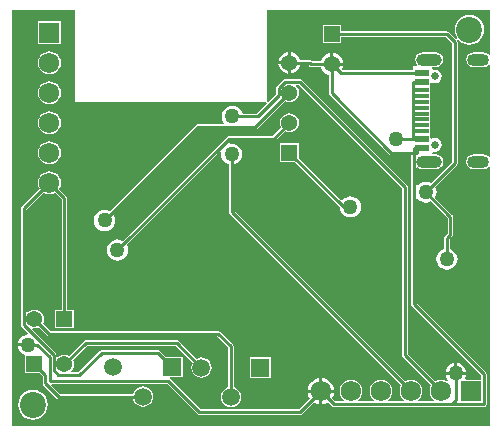
<source format=gbr>
G04*
G04 #@! TF.GenerationSoftware,Altium Limited,Altium Designer,24.1.2 (44)*
G04*
G04 Layer_Physical_Order=2*
G04 Layer_Color=16711680*
%FSLAX25Y25*%
%MOIN*%
G70*
G04*
G04 #@! TF.SameCoordinates,539E6247-A82E-4B89-B4FB-6AA9409DBF92*
G04*
G04*
G04 #@! TF.FilePolarity,Positive*
G04*
G01*
G75*
%ADD13C,0.01000*%
%ADD53C,0.08661*%
%ADD54R,0.05937X0.05937*%
%ADD55C,0.05937*%
%ADD56C,0.05394*%
%ADD57R,0.05394X0.05394*%
%ADD58R,0.05394X0.05394*%
%ADD59R,0.06791X0.06791*%
%ADD60C,0.06791*%
%ADD61R,0.06791X0.06791*%
%ADD62C,0.02559*%
%ADD63O,0.07284X0.04134*%
%ADD64O,0.08465X0.04134*%
%ADD65C,0.05000*%
%ADD66R,0.04528X0.02362*%
%ADD67R,0.04528X0.01181*%
G36*
X285000Y245207D02*
X284500Y245056D01*
X284349Y245282D01*
X283535Y245826D01*
X282575Y246017D01*
X279425D01*
X278465Y245826D01*
X277651Y245282D01*
X277107Y244468D01*
X276916Y243508D01*
X277107Y242548D01*
X277651Y241734D01*
X278465Y241190D01*
X279425Y240999D01*
X282575D01*
X283535Y241190D01*
X284349Y241734D01*
X284500Y241960D01*
X285000Y241808D01*
Y211192D01*
X284500Y211040D01*
X284349Y211266D01*
X283535Y211810D01*
X282575Y212001D01*
X279425D01*
X278465Y211810D01*
X277651Y211266D01*
X277107Y210452D01*
X276916Y209492D01*
X277107Y208532D01*
X277651Y207718D01*
X278465Y207174D01*
X279425Y206983D01*
X282575D01*
X283535Y207174D01*
X284349Y207718D01*
X284500Y207944D01*
X285000Y207793D01*
Y121500D01*
X125500D01*
Y260000D01*
X146500D01*
Y229500D01*
X210047D01*
X210304Y229500D01*
X210519Y229008D01*
X207023Y225511D01*
X202410D01*
X202410Y225514D01*
X202057Y226365D01*
X201496Y227096D01*
X200765Y227657D01*
X199914Y228010D01*
X199000Y228130D01*
X198086Y228010D01*
X197235Y227657D01*
X196504Y227096D01*
X195943Y226365D01*
X195590Y225514D01*
X195470Y224600D01*
X195590Y223686D01*
X195943Y222835D01*
X196174Y222533D01*
X195928Y222033D01*
X187613D01*
X187264Y221964D01*
X186969Y221766D01*
X158167Y192965D01*
X158165Y192967D01*
X157314Y193319D01*
X156400Y193440D01*
X155486Y193319D01*
X154635Y192967D01*
X153904Y192406D01*
X153343Y191674D01*
X152990Y190823D01*
X152870Y189909D01*
X152990Y188996D01*
X153343Y188144D01*
X153904Y187413D01*
X154635Y186852D01*
X155486Y186500D01*
X156400Y186379D01*
X157314Y186500D01*
X158165Y186852D01*
X158896Y187413D01*
X159457Y188144D01*
X159810Y188996D01*
X159930Y189909D01*
X159810Y190823D01*
X159457Y191674D01*
X159456Y191676D01*
X187990Y220211D01*
X206622D01*
X206971Y220280D01*
X207266Y220478D01*
X216546Y229757D01*
X217193Y229489D01*
X218000Y229383D01*
X218807Y229489D01*
X219559Y229800D01*
X220204Y230296D01*
X220700Y230941D01*
X221011Y231693D01*
X221117Y232500D01*
X221011Y233307D01*
X220700Y234059D01*
X220216Y234689D01*
X220243Y234871D01*
X220351Y235189D01*
X221223D01*
X255589Y200823D01*
Y145000D01*
X255658Y144651D01*
X255856Y144356D01*
X265238Y134974D01*
X265190Y134911D01*
X264808Y133989D01*
X264678Y133000D01*
X264808Y132011D01*
X265190Y131089D01*
X265797Y130297D01*
X266040Y130111D01*
X265870Y129611D01*
X261130D01*
X260960Y130111D01*
X261203Y130297D01*
X261810Y131089D01*
X262192Y132011D01*
X262322Y133000D01*
X262192Y133989D01*
X261810Y134911D01*
X261203Y135703D01*
X260411Y136310D01*
X259489Y136692D01*
X258500Y136822D01*
X257511Y136692D01*
X256589Y136310D01*
X256526Y136262D01*
X199611Y193177D01*
Y208590D01*
X199614Y208590D01*
X200465Y208943D01*
X201196Y209504D01*
X201757Y210235D01*
X202110Y211086D01*
X202230Y212000D01*
X202110Y212914D01*
X201757Y213765D01*
X201196Y214496D01*
X200465Y215057D01*
X199614Y215410D01*
X198700Y215530D01*
X198039Y215443D01*
X197805Y215917D01*
X198177Y216289D01*
X212700D01*
X213049Y216358D01*
X213344Y216556D01*
X216546Y219757D01*
X217193Y219489D01*
X218000Y219383D01*
X218807Y219489D01*
X219559Y219800D01*
X220204Y220296D01*
X220700Y220941D01*
X221011Y221693D01*
X221117Y222500D01*
X221011Y223307D01*
X220700Y224059D01*
X220204Y224704D01*
X219559Y225200D01*
X218807Y225511D01*
X218000Y225617D01*
X217193Y225511D01*
X216441Y225200D01*
X215796Y224704D01*
X215300Y224059D01*
X214989Y223307D01*
X214883Y222500D01*
X214989Y221693D01*
X215257Y221046D01*
X212323Y218111D01*
X197800D01*
X197451Y218042D01*
X197156Y217844D01*
X162402Y183091D01*
X162400Y183093D01*
X161549Y183445D01*
X160635Y183566D01*
X159722Y183445D01*
X158870Y183093D01*
X158139Y182532D01*
X157578Y181800D01*
X157226Y180949D01*
X157105Y180035D01*
X157226Y179122D01*
X157578Y178270D01*
X158139Y177539D01*
X158870Y176978D01*
X159722Y176626D01*
X160635Y176505D01*
X161549Y176626D01*
X162400Y176978D01*
X163132Y177539D01*
X163693Y178270D01*
X164045Y179122D01*
X164166Y180035D01*
X164045Y180949D01*
X163693Y181800D01*
X163691Y181802D01*
X194783Y212895D01*
X195257Y212661D01*
X195170Y212000D01*
X195290Y211086D01*
X195643Y210235D01*
X196204Y209504D01*
X196935Y208943D01*
X197786Y208590D01*
X197789Y208590D01*
Y192800D01*
X197858Y192451D01*
X198056Y192156D01*
X255238Y134974D01*
X255190Y134911D01*
X254808Y133989D01*
X254678Y133000D01*
X254808Y132011D01*
X255190Y131089D01*
X255797Y130297D01*
X256040Y130111D01*
X255870Y129611D01*
X251130D01*
X250960Y130111D01*
X251203Y130297D01*
X251810Y131089D01*
X252192Y132011D01*
X252322Y133000D01*
X252192Y133989D01*
X251810Y134911D01*
X251203Y135703D01*
X250411Y136310D01*
X249489Y136692D01*
X248500Y136822D01*
X247511Y136692D01*
X246589Y136310D01*
X245797Y135703D01*
X245190Y134911D01*
X244808Y133989D01*
X244678Y133000D01*
X244808Y132011D01*
X245190Y131089D01*
X245797Y130297D01*
X246040Y130111D01*
X245870Y129611D01*
X241130D01*
X240960Y130111D01*
X241203Y130297D01*
X241810Y131089D01*
X242192Y132011D01*
X242322Y133000D01*
X242192Y133989D01*
X241810Y134911D01*
X241203Y135703D01*
X240411Y136310D01*
X239489Y136692D01*
X238500Y136822D01*
X237511Y136692D01*
X236589Y136310D01*
X235797Y135703D01*
X235190Y134911D01*
X234808Y133989D01*
X234678Y133000D01*
X234808Y132011D01*
X235190Y131089D01*
X235797Y130297D01*
X236040Y130111D01*
X235870Y129611D01*
X233177D01*
X232194Y130594D01*
X232340Y130783D01*
X232783Y131852D01*
X232868Y132500D01*
X229000D01*
Y128632D01*
X229647Y128718D01*
X230717Y129160D01*
X230906Y129306D01*
X232156Y128056D01*
X232451Y127858D01*
X232800Y127789D01*
X282800D01*
X283149Y127858D01*
X283444Y128056D01*
X283642Y128351D01*
X283711Y128700D01*
Y138700D01*
X283642Y139049D01*
X283444Y139344D01*
X260311Y162477D01*
Y196885D01*
X260811Y197055D01*
X261004Y196804D01*
X261735Y196243D01*
X262586Y195890D01*
X263500Y195770D01*
X264414Y195890D01*
X265265Y196243D01*
X265267Y196244D01*
X270689Y190823D01*
Y185569D01*
X269856Y184736D01*
X269658Y184440D01*
X269589Y184091D01*
Y180410D01*
X269586Y180410D01*
X268735Y180057D01*
X268004Y179496D01*
X267443Y178765D01*
X267090Y177914D01*
X266970Y177000D01*
X267090Y176086D01*
X267443Y175235D01*
X268004Y174504D01*
X268735Y173943D01*
X269586Y173590D01*
X270500Y173470D01*
X271414Y173590D01*
X272265Y173943D01*
X272996Y174504D01*
X273557Y175235D01*
X273910Y176086D01*
X274030Y177000D01*
X273910Y177914D01*
X273557Y178765D01*
X272996Y179496D01*
X272265Y180057D01*
X271414Y180410D01*
X271411Y180410D01*
Y183714D01*
X272244Y184547D01*
X272442Y184843D01*
X272511Y185191D01*
Y191200D01*
X272442Y191549D01*
X272244Y191844D01*
X266556Y197533D01*
X266557Y197535D01*
X266910Y198386D01*
X267030Y199300D01*
X266910Y200214D01*
X266557Y201065D01*
X266556Y201067D01*
X273744Y208256D01*
X273942Y208551D01*
X274011Y208900D01*
Y249500D01*
X273942Y249849D01*
X273897Y249916D01*
X274303Y250207D01*
X274479Y249979D01*
X275510Y249187D01*
X276711Y248690D01*
X278000Y248520D01*
X279289Y248690D01*
X280490Y249187D01*
X281521Y249979D01*
X282312Y251010D01*
X282810Y252211D01*
X282980Y253500D01*
X282810Y254789D01*
X282312Y255990D01*
X281521Y257021D01*
X280490Y257812D01*
X279289Y258310D01*
X278000Y258480D01*
X276711Y258310D01*
X275510Y257812D01*
X274479Y257021D01*
X273688Y255990D01*
X273190Y254789D01*
X273020Y253500D01*
X273190Y252211D01*
X273688Y251010D01*
X274024Y250572D01*
X273647Y250242D01*
X273590Y250298D01*
X271244Y252644D01*
X270949Y252842D01*
X270600Y252911D01*
X235230D01*
Y255090D01*
X229049D01*
Y248909D01*
X235230D01*
Y251089D01*
X270223D01*
X272189Y249123D01*
Y209277D01*
X265267Y202356D01*
X265265Y202357D01*
X264414Y202710D01*
X263500Y202830D01*
X262586Y202710D01*
X261735Y202357D01*
X261004Y201796D01*
X260811Y201545D01*
X260311Y201715D01*
Y207325D01*
X260811Y207580D01*
X261418Y207174D01*
X262378Y206983D01*
X266709D01*
X267669Y207174D01*
X268483Y207718D01*
X269027Y208532D01*
X269218Y209492D01*
X269027Y210452D01*
X268483Y211266D01*
X267669Y211810D01*
X266709Y212001D01*
X265619D01*
X265617Y212501D01*
X266083Y212883D01*
X266512Y212798D01*
X267401Y212975D01*
X268155Y213478D01*
X268659Y214233D01*
X268836Y215122D01*
X268659Y216011D01*
X268155Y216765D01*
X267401Y217269D01*
X266512Y217446D01*
X265622Y217269D01*
X265418Y217132D01*
X264977Y217368D01*
Y220094D01*
X264977Y220594D01*
X264977D01*
Y220595D01*
X264977D01*
Y224032D01*
X264977Y224531D01*
X264977D01*
Y224532D01*
X264977D01*
Y227969D01*
X264977Y228468D01*
X264977D01*
Y228469D01*
X264977D01*
Y231906D01*
X264977Y232405D01*
X264977D01*
Y232406D01*
X264977D01*
Y235632D01*
X265418Y235868D01*
X265622Y235731D01*
X266512Y235554D01*
X267401Y235731D01*
X268155Y236234D01*
X268659Y236989D01*
X268836Y237878D01*
X268659Y238767D01*
X268155Y239522D01*
X267401Y240025D01*
X266512Y240202D01*
X266083Y240117D01*
X265617Y240499D01*
X265619Y240999D01*
X266709D01*
X267669Y241190D01*
X268483Y241734D01*
X269027Y242548D01*
X269218Y243508D01*
X269027Y244468D01*
X268483Y245282D01*
X267669Y245826D01*
X266709Y246017D01*
X262378D01*
X261418Y245826D01*
X260604Y245282D01*
X260060Y244468D01*
X259869Y243508D01*
X260060Y242548D01*
X260574Y241779D01*
X260452Y241280D01*
X259055D01*
Y240010D01*
X235858D01*
X235524Y240510D01*
X235741Y241035D01*
X235802Y241500D01*
X232139D01*
Y242000D01*
X231639D01*
Y245663D01*
X231174Y245602D01*
X230275Y245229D01*
X229503Y244637D01*
X228910Y243864D01*
X228538Y242965D01*
X228531Y242911D01*
X225677D01*
X225444Y243144D01*
X225149Y243342D01*
X224800Y243411D01*
X221609D01*
X221602Y243465D01*
X221229Y244364D01*
X220637Y245137D01*
X219864Y245729D01*
X218965Y246102D01*
X218500Y246163D01*
Y242500D01*
Y238837D01*
X218965Y238898D01*
X219864Y239271D01*
X220637Y239863D01*
X221229Y240636D01*
X221602Y241535D01*
X221609Y241589D01*
X224423D01*
X224656Y241356D01*
X224951Y241158D01*
X225300Y241089D01*
X228531D01*
X228538Y241035D01*
X228910Y240136D01*
X229503Y239363D01*
X230275Y238771D01*
X231174Y238398D01*
X231228Y238391D01*
Y232361D01*
X231298Y232012D01*
X231495Y231716D01*
X251356Y211856D01*
X251651Y211658D01*
X252000Y211589D01*
X258489D01*
Y162100D01*
X258558Y161751D01*
X258756Y161456D01*
X281889Y138323D01*
Y136789D01*
X276845D01*
X276613Y137289D01*
X276910Y138006D01*
X276964Y138420D01*
X270036D01*
X270090Y138006D01*
X270443Y137154D01*
X270888Y136574D01*
X270531Y136218D01*
X270411Y136310D01*
X269489Y136692D01*
X268500Y136822D01*
X267511Y136692D01*
X266589Y136310D01*
X266527Y136262D01*
X257411Y145377D01*
Y201200D01*
X257342Y201549D01*
X257144Y201844D01*
X222244Y236744D01*
X221949Y236942D01*
X221600Y237011D01*
X216500D01*
X216151Y236942D01*
X215856Y236744D01*
X213756Y234644D01*
X213558Y234349D01*
X213489Y234000D01*
Y231977D01*
X210992Y229481D01*
X210500Y229696D01*
X210500Y229919D01*
Y260000D01*
X285000D01*
Y245207D01*
D02*
G37*
%LPC*%
G36*
X141789Y256289D02*
X134211D01*
Y248711D01*
X141789D01*
Y256289D01*
D02*
G37*
G36*
X217500Y246163D02*
X217035Y246102D01*
X216136Y245729D01*
X215363Y245137D01*
X214771Y244364D01*
X214398Y243465D01*
X214337Y243000D01*
X217500D01*
Y246163D01*
D02*
G37*
G36*
X232639Y245663D02*
Y242500D01*
X235802D01*
X235741Y242965D01*
X235369Y243864D01*
X234776Y244637D01*
X234004Y245229D01*
X233104Y245602D01*
X232639Y245663D01*
D02*
G37*
G36*
X217500Y242000D02*
X214337D01*
X214398Y241535D01*
X214771Y240636D01*
X215363Y239863D01*
X216136Y239271D01*
X217035Y238898D01*
X217500Y238837D01*
Y242000D01*
D02*
G37*
G36*
X138000Y246322D02*
X137011Y246192D01*
X136089Y245810D01*
X135297Y245203D01*
X134690Y244411D01*
X134308Y243489D01*
X134178Y242500D01*
X134308Y241511D01*
X134690Y240589D01*
X135297Y239797D01*
X136089Y239190D01*
X137011Y238808D01*
X138000Y238678D01*
X138989Y238808D01*
X139911Y239190D01*
X140703Y239797D01*
X141310Y240589D01*
X141692Y241511D01*
X141822Y242500D01*
X141692Y243489D01*
X141310Y244411D01*
X140703Y245203D01*
X139911Y245810D01*
X138989Y246192D01*
X138000Y246322D01*
D02*
G37*
G36*
Y236322D02*
X137011Y236192D01*
X136089Y235810D01*
X135297Y235203D01*
X134690Y234411D01*
X134308Y233489D01*
X134178Y232500D01*
X134308Y231511D01*
X134690Y230589D01*
X135297Y229797D01*
X136089Y229190D01*
X137011Y228808D01*
X138000Y228678D01*
X138989Y228808D01*
X139911Y229190D01*
X140703Y229797D01*
X141310Y230589D01*
X141692Y231511D01*
X141822Y232500D01*
X141692Y233489D01*
X141310Y234411D01*
X140703Y235203D01*
X139911Y235810D01*
X138989Y236192D01*
X138000Y236322D01*
D02*
G37*
G36*
Y226322D02*
X137011Y226192D01*
X136089Y225810D01*
X135297Y225203D01*
X134690Y224411D01*
X134308Y223489D01*
X134178Y222500D01*
X134308Y221511D01*
X134690Y220589D01*
X135297Y219797D01*
X136089Y219190D01*
X137011Y218808D01*
X138000Y218678D01*
X138989Y218808D01*
X139911Y219190D01*
X140703Y219797D01*
X141310Y220589D01*
X141692Y221511D01*
X141822Y222500D01*
X141692Y223489D01*
X141310Y224411D01*
X140703Y225203D01*
X139911Y225810D01*
X138989Y226192D01*
X138000Y226322D01*
D02*
G37*
G36*
Y216322D02*
X137011Y216192D01*
X136089Y215810D01*
X135297Y215203D01*
X134690Y214411D01*
X134308Y213489D01*
X134178Y212500D01*
X134308Y211511D01*
X134690Y210589D01*
X135297Y209797D01*
X136089Y209190D01*
X137011Y208808D01*
X138000Y208678D01*
X138989Y208808D01*
X139911Y209190D01*
X140703Y209797D01*
X141310Y210589D01*
X141692Y211511D01*
X141822Y212500D01*
X141692Y213489D01*
X141310Y214411D01*
X140703Y215203D01*
X139911Y215810D01*
X138989Y216192D01*
X138000Y216322D01*
D02*
G37*
G36*
X221091Y215591D02*
X214910D01*
Y209409D01*
X219802D01*
X234775Y194437D01*
X234770Y194400D01*
X234890Y193486D01*
X235243Y192635D01*
X235804Y191904D01*
X236535Y191343D01*
X237386Y190990D01*
X238300Y190870D01*
X239214Y190990D01*
X240065Y191343D01*
X240796Y191904D01*
X241357Y192635D01*
X241710Y193486D01*
X241830Y194400D01*
X241710Y195314D01*
X241357Y196165D01*
X240796Y196896D01*
X240065Y197457D01*
X239214Y197810D01*
X238300Y197930D01*
X237386Y197810D01*
X236535Y197457D01*
X235804Y196896D01*
X235639Y196681D01*
X235140Y196649D01*
X221091Y210698D01*
Y215591D01*
D02*
G37*
G36*
X138000Y206322D02*
X137011Y206192D01*
X136089Y205810D01*
X135297Y205203D01*
X134690Y204411D01*
X134308Y203489D01*
X134178Y202500D01*
X134308Y201511D01*
X134690Y200589D01*
X134738Y200526D01*
X128756Y194544D01*
X128558Y194249D01*
X128489Y193900D01*
Y155000D01*
X128558Y154651D01*
X128756Y154356D01*
X130714Y152397D01*
X130535Y151869D01*
X130086Y151810D01*
X129235Y151457D01*
X128504Y150896D01*
X127943Y150165D01*
X127590Y149314D01*
X127536Y148900D01*
X131000D01*
Y147900D01*
X127536D01*
X127590Y147486D01*
X127943Y146635D01*
X128504Y145904D01*
X129235Y145343D01*
X129909Y145063D01*
Y138909D01*
X134802D01*
X135711Y138001D01*
Y135702D01*
X135780Y135353D01*
X135977Y135058D01*
X140522Y130513D01*
X140818Y130316D01*
X141166Y130246D01*
X165896D01*
X166220Y129462D01*
X166759Y128759D01*
X167462Y128220D01*
X168280Y127882D01*
X169157Y127766D01*
X170035Y127882D01*
X170853Y128220D01*
X171555Y128759D01*
X172094Y129462D01*
X172433Y130280D01*
X172549Y131157D01*
X172433Y132035D01*
X172094Y132853D01*
X171555Y133555D01*
X170853Y134094D01*
X170035Y134433D01*
X169157Y134549D01*
X168280Y134433D01*
X167462Y134094D01*
X166759Y133555D01*
X166220Y132853D01*
X165896Y132069D01*
X141544D01*
X138586Y135027D01*
X138777Y135489D01*
X177223D01*
X187356Y125356D01*
X187651Y125158D01*
X188000Y125089D01*
X221500D01*
X221849Y125158D01*
X222144Y125356D01*
X226094Y129306D01*
X226283Y129160D01*
X227352Y128718D01*
X228000Y128632D01*
Y132500D01*
X224132D01*
X224218Y131852D01*
X224660Y130783D01*
X224805Y130594D01*
X221123Y126911D01*
X188377D01*
X178244Y137044D01*
X178104Y137138D01*
X178256Y137638D01*
X182362D01*
Y144362D01*
X176926D01*
X174844Y146444D01*
X174549Y146642D01*
X174200Y146711D01*
X155400D01*
X155051Y146642D01*
X154756Y146444D01*
X147623Y139311D01*
X145351D01*
X145243Y139629D01*
X145216Y139811D01*
X145700Y140441D01*
X146011Y141193D01*
X146117Y142000D01*
X146011Y142807D01*
X145743Y143454D01*
X150477Y148189D01*
X180023D01*
X185707Y142505D01*
X185382Y141720D01*
X185266Y140843D01*
X185382Y139965D01*
X185721Y139147D01*
X186259Y138445D01*
X186962Y137906D01*
X187780Y137567D01*
X188657Y137451D01*
X189535Y137567D01*
X190353Y137906D01*
X191055Y138445D01*
X191594Y139147D01*
X191933Y139965D01*
X192049Y140843D01*
X191933Y141720D01*
X191594Y142538D01*
X191055Y143241D01*
X190353Y143780D01*
X189535Y144118D01*
X188657Y144234D01*
X187780Y144118D01*
X186995Y143793D01*
X181044Y149744D01*
X180749Y149942D01*
X180400Y150011D01*
X150100D01*
X149751Y149942D01*
X149456Y149744D01*
X144454Y144743D01*
X143807Y145011D01*
X143000Y145117D01*
X142193Y145011D01*
X141441Y144700D01*
X140821Y144223D01*
X140648Y144251D01*
X140321Y144363D01*
Y144991D01*
X140251Y145339D01*
X140054Y145635D01*
X132206Y153483D01*
X132439Y153957D01*
X133000Y153883D01*
X133807Y153989D01*
X134454Y154257D01*
X137156Y151556D01*
X137451Y151358D01*
X137800Y151289D01*
X193923D01*
X197589Y147623D01*
Y134262D01*
X196804Y133937D01*
X196102Y133398D01*
X195563Y132696D01*
X195224Y131878D01*
X195109Y131000D01*
X195224Y130122D01*
X195563Y129304D01*
X196102Y128602D01*
X196804Y128063D01*
X197622Y127724D01*
X198500Y127609D01*
X199378Y127724D01*
X200196Y128063D01*
X200898Y128602D01*
X201437Y129304D01*
X201776Y130122D01*
X201891Y131000D01*
X201776Y131878D01*
X201437Y132696D01*
X200898Y133398D01*
X200196Y133937D01*
X199411Y134262D01*
Y148000D01*
X199342Y148349D01*
X199144Y148644D01*
X194944Y152844D01*
X194649Y153042D01*
X194300Y153111D01*
X138177D01*
X135743Y155546D01*
X136011Y156193D01*
X136117Y157000D01*
X136011Y157807D01*
X135700Y158559D01*
X135204Y159204D01*
X134559Y159700D01*
X133807Y160011D01*
X133000Y160117D01*
X132193Y160011D01*
X131441Y159700D01*
X130811Y159216D01*
X130629Y159242D01*
X130311Y159351D01*
Y193523D01*
X136027Y199238D01*
X136089Y199190D01*
X137011Y198808D01*
X138000Y198678D01*
X138989Y198808D01*
X139911Y199190D01*
X139973Y199238D01*
X142089Y197123D01*
Y160091D01*
X139909D01*
Y153909D01*
X146091D01*
Y160091D01*
X143911D01*
Y197500D01*
X143842Y197849D01*
X143644Y198144D01*
X141262Y200526D01*
X141310Y200589D01*
X141692Y201511D01*
X141822Y202500D01*
X141692Y203489D01*
X141310Y204411D01*
X140703Y205203D01*
X139911Y205810D01*
X138989Y206192D01*
X138000Y206322D01*
D02*
G37*
G36*
X274000Y142384D02*
Y139420D01*
X276964D01*
X276910Y139833D01*
X276557Y140685D01*
X275996Y141416D01*
X275265Y141977D01*
X274414Y142330D01*
X274000Y142384D01*
D02*
G37*
G36*
X273000D02*
X272586Y142330D01*
X271735Y141977D01*
X271004Y141416D01*
X270443Y140685D01*
X270090Y139833D01*
X270036Y139420D01*
X273000D01*
Y142384D01*
D02*
G37*
G36*
X211705Y144205D02*
X204980D01*
Y137480D01*
X211705D01*
Y144205D01*
D02*
G37*
G36*
X229000Y137368D02*
Y133500D01*
X232868D01*
X232783Y134148D01*
X232340Y135217D01*
X231635Y136135D01*
X230717Y136840D01*
X229647Y137283D01*
X229000Y137368D01*
D02*
G37*
G36*
X228000D02*
X227352Y137283D01*
X226283Y136840D01*
X225365Y136135D01*
X224660Y135217D01*
X224218Y134148D01*
X224132Y133500D01*
X228000D01*
Y137368D01*
D02*
G37*
G36*
X132500Y133480D02*
X131211Y133310D01*
X130010Y132812D01*
X128979Y132021D01*
X128188Y130990D01*
X127690Y129789D01*
X127520Y128500D01*
X127690Y127211D01*
X128188Y126010D01*
X128979Y124979D01*
X130010Y124188D01*
X131211Y123690D01*
X132500Y123520D01*
X133789Y123690D01*
X134990Y124188D01*
X136021Y124979D01*
X136812Y126010D01*
X137310Y127211D01*
X137480Y128500D01*
X137310Y129789D01*
X136812Y130990D01*
X136021Y132021D01*
X134990Y132812D01*
X133789Y133310D01*
X132500Y133480D01*
D02*
G37*
%LPD*%
D13*
X270500Y184091D02*
X271600Y185191D01*
X270500Y177000D02*
Y184091D01*
X271600Y185191D02*
Y191200D01*
X263500Y199300D02*
X271600Y191200D01*
X260400Y212500D02*
Y213902D01*
X262319D01*
X259400D02*
X260400D01*
X259400Y212500D02*
X260400D01*
X252000D02*
X259400D01*
Y213902D01*
Y162100D02*
Y212500D01*
X272200Y128700D02*
X282800D01*
X253449Y217051D02*
X259100D01*
X174200Y145800D02*
X179000Y141000D01*
X155400Y145800D02*
X174200D01*
X148000Y138400D02*
X155400Y145800D01*
X141000Y138400D02*
X148000D01*
X139409Y139991D02*
X141000Y138400D01*
X139409Y139991D02*
Y144991D01*
X129400Y155000D02*
X139409Y144991D01*
X129400Y155000D02*
Y193900D01*
X138000Y202500D01*
X221500Y126000D02*
X228500Y133000D01*
X188000Y126000D02*
X221500D01*
X177600Y136400D02*
X188000Y126000D01*
X138122Y136400D02*
X177600D01*
X138016Y136506D02*
X138122Y136400D01*
X138016Y136506D02*
Y144384D01*
X134000Y148400D02*
X138016Y144384D01*
X131000Y148400D02*
X134000D01*
X198700Y192800D02*
X258500Y133000D01*
X198700Y192800D02*
Y212000D01*
X212700Y217200D02*
X218000Y222500D01*
X197800Y217200D02*
X212700D01*
X160635Y180035D02*
X197800Y217200D01*
X218000Y212500D02*
X236100Y194400D01*
X238300D01*
X141166Y131157D02*
X169157D01*
X136622Y135702D02*
X141166Y131157D01*
X136622Y135702D02*
Y138378D01*
X133000Y142000D02*
X136622Y138378D01*
X253400Y217100D02*
X253449Y217051D01*
X228500Y133000D02*
X232800Y128700D01*
X282800D02*
Y138700D01*
X259400Y162100D02*
X282800Y138700D01*
X232139Y232361D02*
X252000Y212500D01*
X232139Y232361D02*
Y242000D01*
X263500Y199300D02*
X273100Y208900D01*
Y249500D01*
X270600Y252000D02*
X273100Y249500D01*
X232139Y252000D02*
X270600D01*
X232800Y128700D02*
X272200D01*
X273500Y130000D01*
Y138920D01*
X259100Y235949D02*
X262319D01*
X259100Y217051D02*
Y235949D01*
Y217051D02*
X262319D01*
X235041Y239098D02*
X262319D01*
X232139Y242000D02*
X235041Y239098D01*
X156400Y189909D02*
X187613Y221122D01*
X206622D01*
X218000Y232500D01*
X199000Y224600D02*
X207400D01*
X214400Y231600D01*
Y234000D01*
X216500Y236100D01*
X221600D01*
X256500Y201200D01*
Y145000D02*
Y201200D01*
Y145000D02*
X268500Y133000D01*
X143000Y157000D02*
Y197500D01*
X138000Y202500D02*
X143000Y197500D01*
X198500Y131000D02*
Y148000D01*
X194300Y152200D02*
X198500Y148000D01*
X137800Y152200D02*
X194300D01*
X133000Y157000D02*
X137800Y152200D01*
X180400Y149100D02*
X188657Y140843D01*
X150100Y149100D02*
X180400D01*
X143000Y142000D02*
X150100Y149100D01*
X225300Y242000D02*
X232139D01*
X224800Y242500D02*
X225300Y242000D01*
X218000Y242500D02*
X224800D01*
D53*
X132500Y128500D02*
D03*
X278000Y253500D02*
D03*
D54*
X208342Y140843D02*
D03*
X179000Y141000D02*
D03*
D55*
X198500Y131000D02*
D03*
X188657Y140843D02*
D03*
X169157Y131157D02*
D03*
X159315Y141000D02*
D03*
D56*
X133000Y157000D02*
D03*
X143000Y142000D02*
D03*
X218000Y222500D02*
D03*
Y232500D02*
D03*
Y242500D02*
D03*
X232139Y242000D02*
D03*
D57*
X143000Y157000D02*
D03*
X133000Y142000D02*
D03*
X218000Y212500D02*
D03*
D58*
X232139Y252000D02*
D03*
D59*
X138000Y252500D02*
D03*
D60*
Y242500D02*
D03*
Y232500D02*
D03*
Y222500D02*
D03*
Y212500D02*
D03*
Y202500D02*
D03*
X268500Y133000D02*
D03*
X258500D02*
D03*
X248500D02*
D03*
X238500D02*
D03*
X228500D02*
D03*
D61*
X278500D02*
D03*
D62*
X266512Y237878D02*
D03*
Y215122D02*
D03*
D63*
X281000Y209492D02*
D03*
Y243508D02*
D03*
D64*
X264543Y209492D02*
D03*
Y243508D02*
D03*
D65*
X270500Y177000D02*
D03*
X131000Y148400D02*
D03*
X198700Y212000D02*
D03*
X160635Y180035D02*
D03*
X238300Y194400D02*
D03*
X253400Y217100D02*
D03*
X263500Y199300D02*
D03*
X273500Y138920D02*
D03*
X156400Y189909D02*
D03*
X199000Y224600D02*
D03*
D66*
X262319Y213902D02*
D03*
Y217051D02*
D03*
Y235949D02*
D03*
Y239098D02*
D03*
D67*
Y219610D02*
D03*
Y221579D02*
D03*
Y223547D02*
D03*
Y225516D02*
D03*
Y227484D02*
D03*
Y229453D02*
D03*
Y231421D02*
D03*
Y233390D02*
D03*
M02*

</source>
